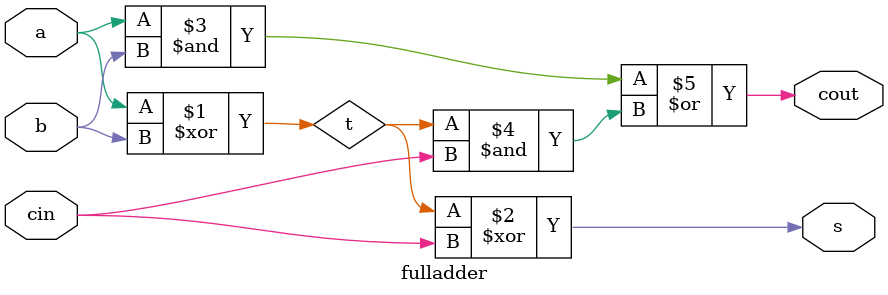
<source format=v>
module eight_bit_adder (input [7:0] a , input [7:0] b , output [7:0] s , output c);
wire t[7:0];
fulladder s0 (a[0] , b[0] ,  1'b0   , s[0] , t[0] );
fulladder s1 (a[1] , b[1] , t[0] , s[1] , t[1] );
fulladder s2 (a[2] , b[2] , t[1] , s[2] , t[2] );
fulladder s3 (a[3] , b[3] , t[2] , s[3] , t[3] );
fulladder s4 (a[4] , b[4] , t[3] , s[4] , t[4] );
fulladder s5 (a[5] , b[5] , t[4] , s[5] , t[5] );
fulladder s6 (a[6] , b[6] , t[5] , s[6] , t[6] );
fulladder s7 (a[7] , b[7] , t[6] , s[7] , t[7] );
assign c=t[7];

endmodule

module fulladder (input a , input b , input cin , output s , output cout);
wire t;
assign t = (a^b);
assign s = t^cin;
assign cout = (a&b) | (t&cin);
endmodule
</source>
